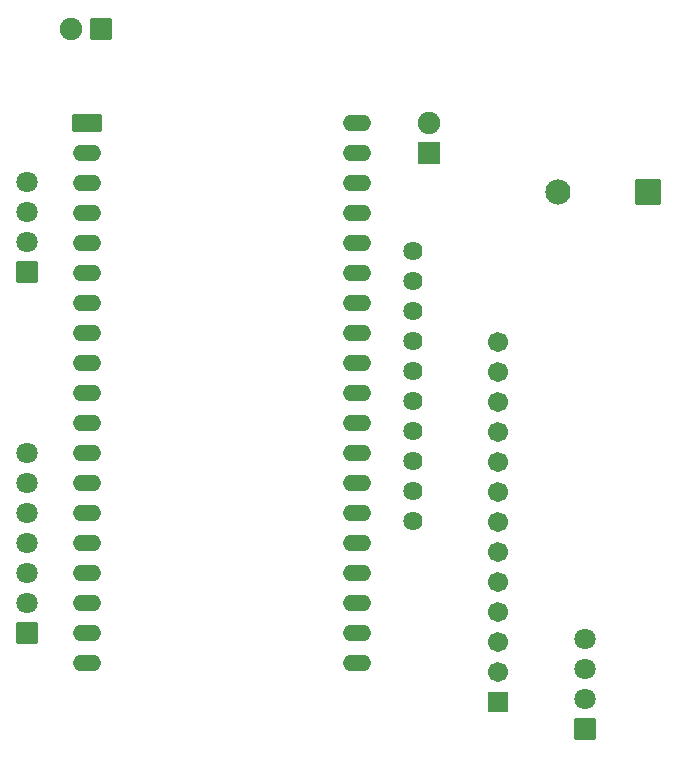
<source format=gts>
G04 Layer: TopSolderMaskLayer*
G04 EasyEDA v6.5.23, 2023-06-09 13:35:16*
G04 Gerber Generator version 0.2*
G04 Scale: 100 percent, Rotated: No, Reflected: No *
G04 Dimensions in millimeters *
G04 leading zeros omitted , absolute positions ,4 integer and 5 decimal *
%FSLAX45Y45*%
%MOMM*%

%AMMACRO1*1,1,$1,$2,$3*1,1,$1,$4,$5*1,1,$1,0-$2,0-$3*1,1,$1,0-$4,0-$5*20,1,$1,$2,$3,$4,$5,0*20,1,$1,$4,$5,0-$2,0-$3,0*20,1,$1,0-$2,0-$3,0-$4,0-$5,0*20,1,$1,0-$4,0-$5,$2,$3,0*4,1,4,$2,$3,$4,$5,0-$2,0-$3,0-$4,0-$5,$2,$3,0*%
%ADD10C,1.6256*%
%ADD11MACRO1,0.1016X-1.016X1.016X1.016X1.016*%
%ADD12C,2.1336*%
%ADD13MACRO1,0.2032X1.143X0.635X1.143X-0.635*%
%ADD14O,2.3876X1.3716000000000002*%
%ADD15C,1.9000*%
%ADD16MACRO1,0.3X-0.8X0.8X0.8X0.8*%
%ADD17MACRO1,0.1016X-0.85X-0.85X-0.85X0.85*%
%ADD18C,1.8016*%
%ADD19R,1.7016X1.7016*%
%ADD20C,1.7016*%
%ADD21MACRO1,0.1016X-0.9X-0.9X-0.9X0.9*%
%ADD22C,1.9016*%

%LPD*%
D10*
G01*
X3519982Y2438984D03*
G01*
X3519982Y4724984D03*
G01*
X3519982Y4470984D03*
G01*
X3519982Y4216984D03*
G01*
X3519982Y3962984D03*
G01*
X3519982Y3708984D03*
G01*
X3519982Y3454984D03*
G01*
X3519982Y3200984D03*
G01*
X3519982Y2946984D03*
G01*
X3519982Y2692984D03*
D11*
G01*
X5511800Y5219700D03*
D12*
G01*
X4750790Y5219700D03*
D13*
G01*
X756996Y5808992D03*
D14*
G01*
X756996Y5554979D03*
G01*
X756996Y5300979D03*
G01*
X756996Y5046979D03*
G01*
X756996Y4792979D03*
G01*
X756996Y4538979D03*
G01*
X756996Y4284979D03*
G01*
X756996Y4030979D03*
G01*
X756996Y3776979D03*
G01*
X756996Y3522979D03*
G01*
X756996Y3268979D03*
G01*
X756996Y3014979D03*
G01*
X756996Y2760979D03*
G01*
X756996Y2506979D03*
G01*
X756996Y2252979D03*
G01*
X756996Y1998979D03*
G01*
X756996Y1744979D03*
G01*
X756996Y1490979D03*
G01*
X756996Y1236979D03*
G01*
X3042996Y1236979D03*
G01*
X3042996Y1490979D03*
G01*
X3042996Y1744979D03*
G01*
X3042996Y1998979D03*
G01*
X3042996Y2252979D03*
G01*
X3042996Y2506979D03*
G01*
X3042996Y2760979D03*
G01*
X3042996Y3014979D03*
G01*
X3042996Y3268979D03*
G01*
X3042996Y3522979D03*
G01*
X3042996Y3776979D03*
G01*
X3042996Y4030979D03*
G01*
X3042996Y4284979D03*
G01*
X3042996Y4538979D03*
G01*
X3042996Y4792979D03*
G01*
X3042996Y5046979D03*
G01*
X3042996Y5300979D03*
G01*
X3042996Y5554979D03*
G01*
X3042996Y5808979D03*
D15*
G01*
X624306Y6604000D03*
D16*
G01*
X874301Y6604000D03*
D17*
G01*
X4978400Y673100D03*
D18*
G01*
X4978425Y927100D03*
G01*
X4978425Y1181100D03*
G01*
X4978425Y1435100D03*
D19*
G01*
X4241800Y901700D03*
D20*
G01*
X4241800Y1155700D03*
G01*
X4241800Y1409700D03*
G01*
X4241800Y1663700D03*
G01*
X4241800Y1917700D03*
G01*
X4241800Y2171700D03*
G01*
X4241800Y2425700D03*
G01*
X4241800Y2679700D03*
G01*
X4241800Y2933700D03*
G01*
X4241800Y3187700D03*
G01*
X4241800Y3441700D03*
G01*
X4241800Y3695700D03*
G01*
X4241800Y3949700D03*
D21*
G01*
X3657600Y5552988D03*
D22*
G01*
X3657600Y5806998D03*
D17*
G01*
X249999Y1487995D03*
D18*
G01*
X250012Y1741995D03*
G01*
X250012Y1995995D03*
G01*
X250012Y2249995D03*
G01*
X250012Y2503995D03*
G01*
X250012Y2757995D03*
G01*
X250012Y3011995D03*
D17*
G01*
X249999Y4543988D03*
D18*
G01*
X250012Y4797988D03*
G01*
X250012Y5051988D03*
G01*
X250012Y5305988D03*
M02*

</source>
